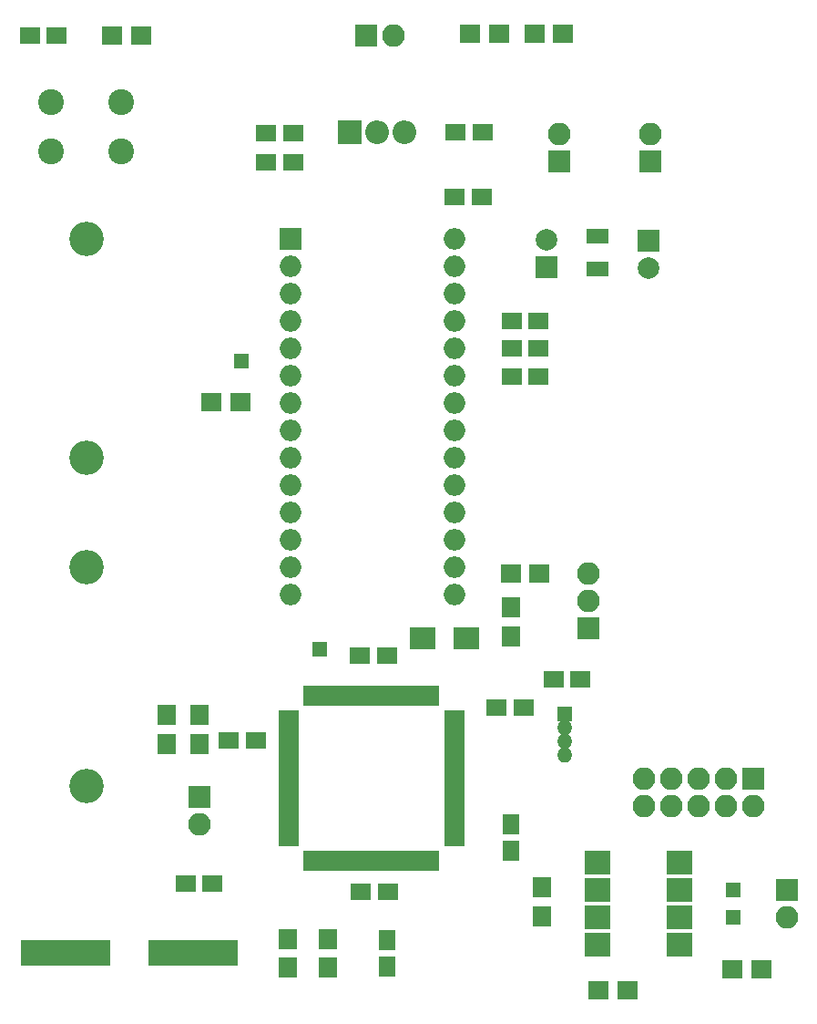
<source format=gbr>
G04 #@! TF.FileFunction,Soldermask,Top*
%FSLAX46Y46*%
G04 Gerber Fmt 4.6, Leading zero omitted, Abs format (unit mm)*
G04 Created by KiCad (PCBNEW 4.0.7) date 12/21/18 01:54:59*
%MOMM*%
%LPD*%
G01*
G04 APERTURE LIST*
%ADD10C,0.100000*%
%ADD11R,1.400000X1.400000*%
%ADD12O,1.400000X1.400000*%
%ADD13R,2.000000X1.400000*%
%ADD14R,2.000000X2.000000*%
%ADD15O,2.000000X2.000000*%
%ADD16R,1.900000X1.650000*%
%ADD17R,2.100000X2.100000*%
%ADD18O,2.100000X2.100000*%
%ADD19R,2.200000X2.200000*%
%ADD20O,2.200000X2.200000*%
%ADD21R,1.900000X1.700000*%
%ADD22C,2.000000*%
%ADD23C,3.200000*%
%ADD24O,3.200000X3.200000*%
%ADD25R,1.650000X1.900000*%
%ADD26R,2.400000X2.100000*%
%ADD27R,1.700000X1.900000*%
%ADD28C,2.400000*%
%ADD29R,2.400000X2.180000*%
%ADD30R,0.700000X1.900000*%
%ADD31R,1.900000X0.700000*%
%ADD32R,8.275000X2.400000*%
G04 APERTURE END LIST*
D10*
D11*
X82500000Y-87500000D03*
D12*
X82500000Y-88770000D03*
X82500000Y-90040000D03*
X82500000Y-91310000D03*
D13*
X85500000Y-46200000D03*
X85500000Y-43200000D03*
D14*
X57000000Y-43400000D03*
D15*
X72240000Y-76420000D03*
X57000000Y-45940000D03*
X72240000Y-73880000D03*
X57000000Y-48480000D03*
X72240000Y-71340000D03*
X57000000Y-51020000D03*
X72240000Y-68800000D03*
X57000000Y-53560000D03*
X72240000Y-66260000D03*
X57000000Y-56100000D03*
X72240000Y-63720000D03*
X57000000Y-58640000D03*
X72240000Y-61180000D03*
X57000000Y-61180000D03*
X72240000Y-58640000D03*
X57000000Y-63720000D03*
X72240000Y-56100000D03*
X57000000Y-66260000D03*
X72240000Y-53560000D03*
X57000000Y-68800000D03*
X72240000Y-51020000D03*
X57000000Y-71340000D03*
X72240000Y-48480000D03*
X57000000Y-73880000D03*
X72240000Y-45940000D03*
X57000000Y-76420000D03*
X72240000Y-43400000D03*
D16*
X74750000Y-39500000D03*
X72250000Y-39500000D03*
X74850000Y-33500000D03*
X72350000Y-33500000D03*
D17*
X64000000Y-24500000D03*
D18*
X66540000Y-24500000D03*
D19*
X62500000Y-33500000D03*
D20*
X65040000Y-33500000D03*
X67580000Y-33500000D03*
D16*
X54750000Y-36300000D03*
X57250000Y-36300000D03*
X54750000Y-33600000D03*
X57250000Y-33600000D03*
X80050000Y-51000000D03*
X77550000Y-51000000D03*
X63450000Y-82100000D03*
X65950000Y-82100000D03*
X51250000Y-90000000D03*
X53750000Y-90000000D03*
D21*
X43100000Y-24500000D03*
X40400000Y-24500000D03*
D16*
X77550000Y-53600000D03*
X80050000Y-53600000D03*
X77550000Y-56200000D03*
X80050000Y-56200000D03*
D14*
X80750000Y-46000000D03*
D22*
X80750000Y-43500000D03*
D23*
X38000000Y-63750000D03*
D24*
X38000000Y-43430000D03*
D23*
X38000000Y-94250000D03*
D24*
X38000000Y-73930000D03*
D14*
X90300000Y-43600000D03*
D22*
X90300000Y-46100000D03*
D25*
X77500000Y-100250000D03*
X77500000Y-97750000D03*
D16*
X66050000Y-104000000D03*
X63550000Y-104000000D03*
X78650000Y-86900000D03*
X76150000Y-86900000D03*
D25*
X66000000Y-111000000D03*
X66000000Y-108500000D03*
D16*
X47250000Y-103250000D03*
X49750000Y-103250000D03*
X35250000Y-24500000D03*
X32750000Y-24500000D03*
X81450000Y-84300000D03*
X83950000Y-84300000D03*
D21*
X80150000Y-74500000D03*
X77450000Y-74500000D03*
D11*
X98125000Y-106375000D03*
X98125000Y-103875000D03*
D21*
X82350000Y-24400000D03*
X79650000Y-24400000D03*
D17*
X82000000Y-36250000D03*
D18*
X82000000Y-33710000D03*
D17*
X84700000Y-79600000D03*
D18*
X84700000Y-77060000D03*
X84700000Y-74520000D03*
D17*
X103125000Y-103875000D03*
D18*
X103125000Y-106415000D03*
D17*
X100000000Y-93500000D03*
D18*
X100000000Y-96040000D03*
X97460000Y-93500000D03*
X97460000Y-96040000D03*
X94920000Y-93500000D03*
X94920000Y-96040000D03*
X92380000Y-93500000D03*
X92380000Y-96040000D03*
X89840000Y-93500000D03*
X89840000Y-96040000D03*
D17*
X90400000Y-36200000D03*
D18*
X90400000Y-33660000D03*
D17*
X48500000Y-95250000D03*
D18*
X48500000Y-97790000D03*
D11*
X52400000Y-54800000D03*
X59750000Y-81500000D03*
D26*
X73300000Y-80500000D03*
X69300000Y-80500000D03*
D21*
X98050000Y-111200000D03*
X100750000Y-111200000D03*
D27*
X77500000Y-80350000D03*
X77500000Y-77650000D03*
X80400000Y-103650000D03*
X80400000Y-106350000D03*
D21*
X85650000Y-113200000D03*
X88350000Y-113200000D03*
D27*
X60500000Y-108400000D03*
X60500000Y-111100000D03*
X56750000Y-108400000D03*
X56750000Y-111100000D03*
D21*
X52350000Y-58600000D03*
X49650000Y-58600000D03*
D27*
X45500000Y-87650000D03*
X45500000Y-90350000D03*
X48500000Y-87650000D03*
X48500000Y-90350000D03*
D21*
X73650000Y-24400000D03*
X76350000Y-24400000D03*
D28*
X41250000Y-30750000D03*
X41250000Y-35250000D03*
X34750000Y-30750000D03*
X34750000Y-35250000D03*
D29*
X93185000Y-108935000D03*
X85565000Y-101315000D03*
X93185000Y-106395000D03*
X85565000Y-103855000D03*
X93185000Y-103855000D03*
X85565000Y-106395000D03*
X93185000Y-101315000D03*
X85565000Y-108935000D03*
D30*
X70500000Y-85800000D03*
X70000000Y-85800000D03*
X69500000Y-85800000D03*
X69000000Y-85800000D03*
X68500000Y-85800000D03*
X68000000Y-85800000D03*
X67500000Y-85800000D03*
X67000000Y-85800000D03*
X66500000Y-85800000D03*
X66000000Y-85800000D03*
X65500000Y-85800000D03*
X65000000Y-85800000D03*
X64500000Y-85800000D03*
X64000000Y-85800000D03*
X63500000Y-85800000D03*
X63000000Y-85800000D03*
X62500000Y-85800000D03*
X62000000Y-85800000D03*
X61500000Y-85800000D03*
X61000000Y-85800000D03*
X60500000Y-85800000D03*
X60000000Y-85800000D03*
X59500000Y-85800000D03*
X59000000Y-85800000D03*
X58500000Y-85800000D03*
D31*
X56800000Y-87500000D03*
X56800000Y-88000000D03*
X56800000Y-88500000D03*
X56800000Y-89000000D03*
X56800000Y-89500000D03*
X56800000Y-90000000D03*
X56800000Y-90500000D03*
X56800000Y-91000000D03*
X56800000Y-91500000D03*
X56800000Y-92000000D03*
X56800000Y-92500000D03*
X56800000Y-93000000D03*
X56800000Y-93500000D03*
X56800000Y-94000000D03*
X56800000Y-94500000D03*
X56800000Y-95000000D03*
X56800000Y-95500000D03*
X56800000Y-96000000D03*
X56800000Y-96500000D03*
X56800000Y-97000000D03*
X56800000Y-97500000D03*
X56800000Y-98000000D03*
X56800000Y-98500000D03*
X56800000Y-99000000D03*
X56800000Y-99500000D03*
D30*
X58500000Y-101200000D03*
X59000000Y-101200000D03*
X59500000Y-101200000D03*
X60000000Y-101200000D03*
X60500000Y-101200000D03*
X61000000Y-101200000D03*
X61500000Y-101200000D03*
X62000000Y-101200000D03*
X62500000Y-101200000D03*
X63000000Y-101200000D03*
X63500000Y-101200000D03*
X64000000Y-101200000D03*
X64500000Y-101200000D03*
X65000000Y-101200000D03*
X65500000Y-101200000D03*
X66000000Y-101200000D03*
X66500000Y-101200000D03*
X67000000Y-101200000D03*
X67500000Y-101200000D03*
X68000000Y-101200000D03*
X68500000Y-101200000D03*
X69000000Y-101200000D03*
X69500000Y-101200000D03*
X70000000Y-101200000D03*
X70500000Y-101200000D03*
D31*
X72200000Y-99500000D03*
X72200000Y-99000000D03*
X72200000Y-98500000D03*
X72200000Y-98000000D03*
X72200000Y-97500000D03*
X72200000Y-97000000D03*
X72200000Y-96500000D03*
X72200000Y-96000000D03*
X72200000Y-95500000D03*
X72200000Y-95000000D03*
X72200000Y-94500000D03*
X72200000Y-94000000D03*
X72200000Y-93500000D03*
X72200000Y-93000000D03*
X72200000Y-92500000D03*
X72200000Y-92000000D03*
X72200000Y-91500000D03*
X72200000Y-91000000D03*
X72200000Y-90500000D03*
X72200000Y-90000000D03*
X72200000Y-89500000D03*
X72200000Y-89000000D03*
X72200000Y-88500000D03*
X72200000Y-88000000D03*
X72200000Y-87500000D03*
D32*
X47937500Y-109750000D03*
X36062500Y-109750000D03*
M02*

</source>
